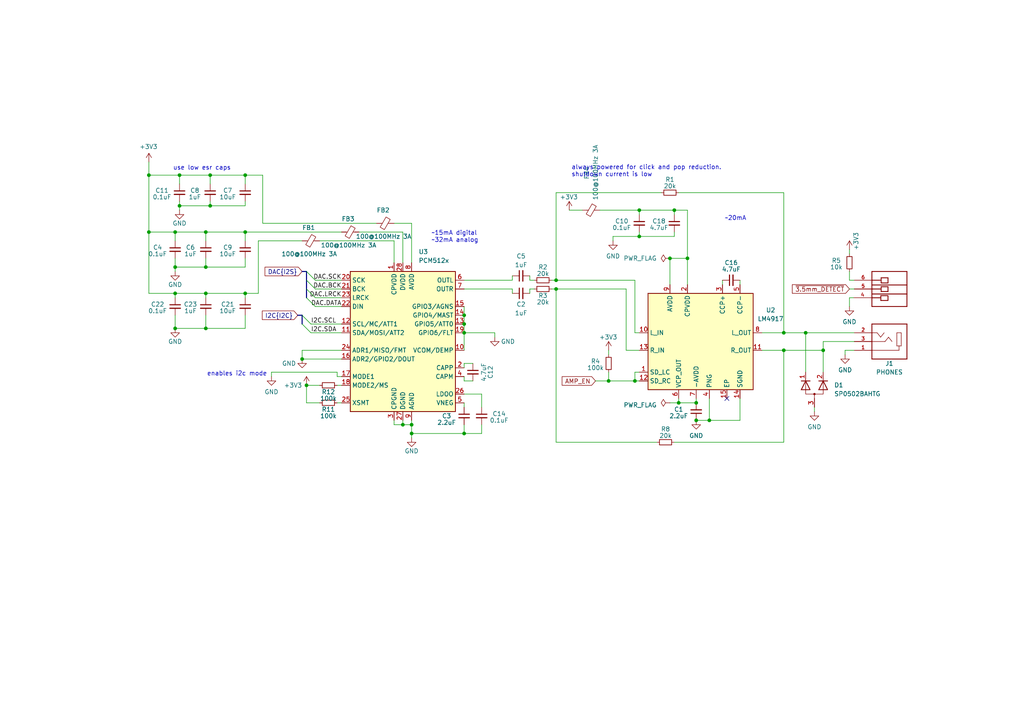
<source format=kicad_sch>
(kicad_sch (version 20230121) (generator eeschema)
  (paper "A4")
  (title_block (date "2022-09-04") (rev "1"))
  (lib_symbols
    (symbol "Audio:PCM5121PW"
      (property "Reference" "U" (at -13.97 21.59 0))
      (property "Value" "PCM5121PW" (at 10.16 21.59 0))
      (symbol "PCM5121PW_0_1"
        (rectangle (start -15.24 20.32) (end 15.24 -20.32) (stroke (width 0.254)) (fill (type background)))
      )
      (symbol "PCM5121PW_1_1"
        (pin power_in line (at -2.54 22.86 270) (length 2.54) (name "CPVDD") (number "1"))
        (pin bidirectional line (at 17.78 -2.54 180) (length 2.54) (name "VCOM/DEMP") (number "10"))
        (pin bidirectional line (at -17.78 2.54 0) (length 2.54) (name "SDA/MOSI/ATT2") (number "11"))
        (pin input line (at -17.78 5.08 0) (length 2.54) (name "SCL/MC/ATT1") (number "12"))
        (pin bidirectional line (at 17.78 5.08 180) (length 2.54) (name "GPIO5/ATT0") (number "13"))
        (pin bidirectional line (at 17.78 7.62 180) (length 2.54) (name "GPIO4/MAST") (number "14"))
        (pin bidirectional line (at 17.78 10.16 180) (length 2.54) (name "GPIO3/AGNS") (number "15"))
        (pin bidirectional line (at -17.78 -5.08 0) (length 2.54) (name "ADR2/GPIO2/DOUT") (number "16"))
        (pin input line (at -17.78 -10.16 0) (length 2.54) (name "MODE1") (number "17"))
        (pin input line (at -17.78 -12.7 0) (length 2.54) (name "MODE2/MS") (number "18"))
        (pin bidirectional line (at 17.78 2.54 180) (length 2.54) (name "GPIO6/FLT") (number "19"))
        (pin passive line (at 17.78 -7.62 180) (length 2.54) (name "CAPP") (number "2"))
        (pin input line (at -17.78 17.78 0) (length 2.54) (name "SCK") (number "20"))
        (pin bidirectional line (at -17.78 15.24 0) (length 2.54) (name "BCK") (number "21"))
        (pin input line (at -17.78 10.16 0) (length 2.54) (name "DIN") (number "22"))
        (pin bidirectional line (at -17.78 12.7 0) (length 2.54) (name "LRCK") (number "23"))
        (pin bidirectional line (at -17.78 -2.54 0) (length 2.54) (name "ADR1/MISO/FMT") (number "24"))
        (pin input line (at -17.78 -17.78 0) (length 2.54) (name "XSMT") (number "25"))
        (pin passive line (at 17.78 -15.24 180) (length 2.54) (name "LDOO") (number "26"))
        (pin power_in line (at 0 -22.86 90) (length 2.54) (name "DGND") (number "27"))
        (pin power_in line (at 0 22.86 270) (length 2.54) (name "DVDD") (number "28"))
        (pin power_in line (at -2.54 -22.86 90) (length 2.54) (name "CPGND") (number "3"))
        (pin passive line (at 17.78 -10.16 180) (length 2.54) (name "CAPM") (number "4"))
        (pin passive line (at 17.78 -17.78 180) (length 2.54) (name "VNEG") (number "5"))
        (pin output line (at 17.78 17.78 180) (length 2.54) (name "OUTL") (number "6"))
        (pin output line (at 17.78 15.24 180) (length 2.54) (name "OUTR") (number "7"))
        (pin power_in line (at 2.54 22.86 270) (length 2.54) (name "AVDD") (number "8"))
        (pin power_in line (at 2.54 -22.86 90) (length 2.54) (name "AGND") (number "9"))
      )
    )
    (symbol "Device:C_Small" (pin_numbers hide) (pin_names (offset 0.254) hide)
      (property "Reference" "C" (at 0.254 1.778 0))
      (property "Value" "C_Small" (at 0.254 -2.032 0))
      (symbol "C_Small_0_1"
        (polyline (pts (xy -1.524 -0.508) (xy 1.524 -0.508)) (stroke (width 0.3302)))
        (polyline (pts (xy -1.524 0.508) (xy 1.524 0.508)) (stroke (width 0.3048)))
      )
      (symbol "C_Small_1_1"
        (pin passive line (at 0 2.54 270) (length 2.032) (name "~") (number "1"))
        (pin passive line (at 0 -2.54 90) (length 2.032) (name "~") (number "2"))
      )
    )
    (symbol "Device:D_Dual_CommonAnode_KKA_Parallel" (pin_names (offset 0.762) hide)
      (property "Reference" "D" (at 0 5.08 0))
      (property "Value" "D_Dual_CommonAnode_KKA_Parallel" (at 0 -5.08 0))
      (symbol "D_Dual_CommonAnode_KKA_Parallel_0_0"
        (polyline (pts (xy 2.54 -3.81) (xy 2.54 -1.27)) (stroke (width 0.254)))
        (polyline (pts (xy 2.54 1.27) (xy 2.54 3.81)) (stroke (width 0.254)))
      )
      (symbol "D_Dual_CommonAnode_KKA_Parallel_0_1"
        (circle (center -1.27 0) (radius 0.254) (fill (type outline)))
        (polyline (pts (xy -1.27 0) (xy -2.54 0)))
        (polyline (pts (xy 2.54 2.54) (xy -1.27 2.54) (xy -1.27 -2.54) (xy 2.54 -2.54)))
        (polyline (pts (xy 0 -1.27) (xy 2.54 -2.54) (xy 0 -3.81) (xy 0 -1.27) (xy 0 -1.27) (xy 0 -1.27)) (stroke (width 0.254)))
        (polyline (pts (xy 0 3.81) (xy 2.54 2.54) (xy 0 1.27) (xy 0 3.81) (xy 0 3.81) (xy 0 3.81)) (stroke (width 0.254)))
        (pin passive line (at 5.08 2.54 180) (length 2.54) (name "K") (number "1"))
        (pin passive line (at 5.08 -2.54 180) (length 2.54) (name "K") (number "2"))
        (pin passive line (at -5.08 0 0) (length 2.54) (name "A") (number "3"))
      )
    )
    (symbol "Device:FerriteBead_Small" (pin_numbers hide) (pin_names (offset 0))
      (property "Reference" "FB" (at 1.905 1.27 0))
      (property "Value" "FerriteBead_Small" (at 1.905 -1.27 0))
      (symbol "FerriteBead_Small_0_1"
        (polyline (pts (xy 0 -1.27) (xy 0 -0.7874)))
        (polyline (pts (xy 0 0.889) (xy 0 1.2954)))
        (polyline (pts (xy -1.8288 0.2794) (xy -1.1176 1.4986) (xy 1.8288 -0.2032) (xy 1.1176 -1.4224) (xy -1.8288 0.2794)))
      )
      (symbol "FerriteBead_Small_1_1"
        (pin passive line (at 0 2.54 270) (length 1.27) (name "~") (number "1"))
        (pin passive line (at 0 -2.54 90) (length 1.27) (name "~") (number "2"))
      )
    )
    (symbol "Device:R_Small" (pin_numbers hide) (pin_names (offset 0.254) hide)
      (property "Reference" "R" (at 0.762 0.508 0))
      (property "Value" "R_Small" (at 0.762 -1.016 0))
      (symbol "R_Small_0_1"
        (rectangle (start -0.762 1.778) (end 0.762 -1.778) (stroke (width 0.2032)))
      )
      (symbol "R_Small_1_1"
        (pin passive line (at 0 2.54 270) (length 0.762) (name "~") (number "1"))
        (pin passive line (at 0 -2.54 90) (length 0.762) (name "~") (number "2"))
      )
    )
    (symbol "power:+3V3" (power) (pin_names (offset 0))
      (property "Value" "+3V3" (at 0 3.556 0))
      (symbol "+3V3_0_1"
        (polyline (pts (xy -0.762 1.27) (xy 0 2.54)))
        (polyline (pts (xy 0 0) (xy 0 2.54)))
        (polyline (pts (xy 0 2.54) (xy 0.762 1.27)))
      )
      (symbol "+3V3_1_1"
        (pin power_in line (at 0 0 90) (length 0) hide (name "+3V3") (number "1"))
      )
    )
    (symbol "power:GND" (power) (pin_names (offset 0))
      (property "Value" "GND" (at 0 -3.81 0))
      (symbol "GND_0_1"
        (polyline (pts (xy 0 0) (xy 0 -1.27) (xy 1.27 -1.27) (xy 0 -2.54) (xy -1.27 -1.27) (xy 0 -1.27)))
      )
      (symbol "GND_1_1"
        (pin power_in line (at 0 0 270) (length 0) hide (name "GND") (number "1"))
      )
    )
    (symbol "power:PWR_FLAG" (power) (pin_numbers hide) (pin_names (offset 0) hide)
      (property "Value" "PWR_FLAG" (at 0 3.81 0))
      (symbol "PWR_FLAG_0_0"
        (pin power_out line (at 0 0 90) (length 0) (name "pwr") (number "1"))
      )
      (symbol "PWR_FLAG_0_1"
        (polyline (pts (xy 0 0) (xy 0 1.27) (xy -1.016 1.905) (xy 0 2.54) (xy 1.016 1.905) (xy 0 1.27)))
      )
    )
    (symbol "symbols:LM4917"
      (property "Reference" "U" (at 0 0 0))
      (property "Value" "LM4917" (at 0 0 0))
      (symbol "LM4917_0_0"
        (pin input line (at -17.78 -2.54 0) (length 2.54) (name "R_IN") (number "13"))
        (pin power_in line (at 11.43 -16.51 90) (length 2.54) (name "SGND") (number "14"))
        (pin power_in line (at 7.62 -16.51 90) (length 2.54) (name "EP") (number "15"))
        (pin passive line (at 6.35 16.51 270) (length 2.54) (name "CCP+") (number "3"))
      )
      (symbol "LM4917_0_1"
        (rectangle (start -15.24 13.97) (end 15.24 -13.97) (stroke (width 0.254)) (fill (type background)))
      )
      (symbol "LM4917_1_1"
        (pin input line (at -17.78 -8.89 0) (length 2.54) (name "SD_LC") (number "1"))
        (pin input line (at -17.78 2.54 0) (length 2.54) (name "L_IN") (number "10"))
        (pin output line (at 17.78 -2.54 180) (length 2.54) (name "R_OUT") (number "11"))
        (pin input line (at -17.78 -11.43 0) (length 2.54) (name "SD_RC") (number "12"))
        (pin power_in line (at -3.81 16.51 270) (length 2.54) (name "CPVDD") (number "2"))
        (pin power_in line (at 2.54 -16.51 90) (length 2.54) (name "PNG") (number "4"))
        (pin passive line (at 11.43 16.51 270) (length 2.54) (name "CCP-") (number "5"))
        (pin power_in line (at -6.35 -16.51 90) (length 2.54) (name "VCP_OUT") (number "6"))
        (pin power_in line (at -1.27 -16.51 90) (length 2.54) (name "-AVDD") (number "7"))
        (pin output line (at 17.78 2.54 180) (length 2.54) (name "L_OUT") (number "8"))
        (pin power_in line (at -8.89 16.51 270) (length 2.54) (name "AVDD") (number "9"))
      )
    )
    (symbol "symbols:SJ-3566AN" (pin_names (offset 1.016) hide)
      (property "Reference" "J" (at -5.1054 5.7404 0))
      (property "Value" "SJ-3566AN" (at -5.1054 -22.9362 0))
      (symbol "SJ-3566AN_0_0"
        (polyline (pts (xy -5.1054 -13.7922) (xy 5.0038 -13.7922)) (stroke (width 0.254)))
        (polyline (pts (xy -5.08 -20.32) (xy 5.08 -20.32)) (stroke (width 0.254)))
        (polyline (pts (xy -5.08 -10.16) (xy -5.08 -20.32)) (stroke (width 0.254)))
        (polyline (pts (xy -5.08 -5.08) (xy 5.08 -5.08)) (stroke (width 0.254)))
        (polyline (pts (xy -5.08 5.08) (xy -5.08 -5.08)) (stroke (width 0.254)))
        (polyline (pts (xy -3.429 -2.54) (xy -2.159 -2.54)) (stroke (width 0.1524)))
        (polyline (pts (xy -3.429 1.27) (xy -3.429 -2.54)) (stroke (width 0.1524)))
        (polyline (pts (xy -2.794 1.27) (xy -3.429 1.27)) (stroke (width 0.1524)))
        (polyline (pts (xy -2.794 1.27) (xy -2.794 2.54)) (stroke (width 0.1524)))
        (polyline (pts (xy -2.794 2.54) (xy 5.08 2.54)) (stroke (width 0.1524)))
        (polyline (pts (xy -2.159 -2.54) (xy -2.159 1.27)) (stroke (width 0.1524)))
        (polyline (pts (xy -2.159 1.27) (xy -2.794 1.27)) (stroke (width 0.1524)))
        (polyline (pts (xy 0.254 -1.27) (xy -0.762 0)) (stroke (width 0.1524)))
        (polyline (pts (xy 0.4064 -18.4912) (xy 0.4064 -16.9926)) (stroke (width 0.254)))
        (polyline (pts (xy 0.4064 -16.9926) (xy 2.3876 -16.9926)) (stroke (width 0.254)))
        (polyline (pts (xy 0.4064 -15.9004) (xy 0.4064 -14.5034)) (stroke (width 0.254)))
        (polyline (pts (xy 0.4064 -14.5034) (xy 2.3876 -14.5034)) (stroke (width 0.254)))
        (polyline (pts (xy 0.4064 -11.9126) (xy 0.4064 -13.3096)) (stroke (width 0.254)))
        (polyline (pts (xy 0.508 -13.3096) (xy 2.4892 -13.3096)) (stroke (width 0.254)))
        (polyline (pts (xy 1.27 0) (xy 0.254 -1.27)) (stroke (width 0.1524)))
        (polyline (pts (xy 1.524 -2.54) (xy 2.54 -1.27)) (stroke (width 0.1524)))
        (polyline (pts (xy 2.3876 -18.4912) (xy 0.4064 -18.4912)) (stroke (width 0.254)))
        (polyline (pts (xy 2.3876 -16.9926) (xy 2.3876 -18.4912)) (stroke (width 0.254)))
        (polyline (pts (xy 2.3876 -15.9004) (xy 0.4064 -15.9004)) (stroke (width 0.254)))
        (polyline (pts (xy 2.3876 -14.5034) (xy 2.3876 -15.9004)) (stroke (width 0.254)))
        (polyline (pts (xy 2.4892 -13.3096) (xy 2.4892 -11.9126)) (stroke (width 0.254)))
        (polyline (pts (xy 2.4892 -11.9126) (xy 0.508 -11.9126)) (stroke (width 0.254)))
        (polyline (pts (xy 2.54 -1.27) (xy 3.556 -2.54)) (stroke (width 0.1524)))
        (polyline (pts (xy 5.08 -20.32) (xy 5.08 -17.78)) (stroke (width 0.254)))
        (polyline (pts (xy 5.08 -17.78) (xy 2.54 -17.78)) (stroke (width 0.254)))
        (polyline (pts (xy 5.08 -17.78) (xy 5.08 -15.24)) (stroke (width 0.254)))
        (polyline (pts (xy 5.08 -15.24) (xy 2.54 -15.24)) (stroke (width 0.254)))
        (polyline (pts (xy 5.08 -15.24) (xy 5.08 -12.7)) (stroke (width 0.254)))
        (polyline (pts (xy 5.08 -12.7) (xy 2.54 -12.7)) (stroke (width 0.254)))
        (polyline (pts (xy 5.08 -12.7) (xy 5.08 -10.16)) (stroke (width 0.254)))
        (polyline (pts (xy 5.08 -10.16) (xy -5.08 -10.16)) (stroke (width 0.254)))
        (polyline (pts (xy 5.08 -5.08) (xy 5.08 -2.54)) (stroke (width 0.254)))
        (polyline (pts (xy 5.08 -2.54) (xy 3.556 -2.54)) (stroke (width 0.1524)))
        (polyline (pts (xy 5.08 -2.54) (xy 5.08 0)) (stroke (width 0.254)))
        (polyline (pts (xy 5.08 0) (xy 1.27 0)) (stroke (width 0.1524)))
        (polyline (pts (xy 5.08 0) (xy 5.08 2.54)) (stroke (width 0.254)))
        (polyline (pts (xy 5.08 2.54) (xy 5.08 5.08)) (stroke (width 0.254)))
        (polyline (pts (xy 5.08 5.08) (xy -5.08 5.08)) (stroke (width 0.254)))
        (polyline (pts (xy 5.1054 -16.4084) (xy -5.1054 -16.4084)) (stroke (width 0.254)))
        (pin passive line (at 10.16 2.54 180) (length 5.08) (name "~") (number "1"))
        (pin passive line (at 10.16 -2.54 180) (length 5.08) (name "~") (number "2"))
        (pin passive line (at 10.16 0 180) (length 5.08) (name "~") (number "3"))
        (pin passive line (at 10.3124 -12.7 180) (length 5.08) (name "~") (number "4"))
        (pin passive line (at 10.16 -15.24 180) (length 5.08) (name "~") (number "5"))
        (pin passive line (at 10.16 -17.78 180) (length 5.08) (name "~") (number "6"))
      )
    )
  )
  (junction (at 71.12 85.09))
  (junction (at 134.62 93.98))
  (junction (at 134.62 91.44))
  (junction (at 201.93 121.92))
  (junction (at 43.18 50.8))
  (junction (at 195.58 60.96))
  (junction (at 176.53 110.49))
  (junction (at 119.38 125.73))
  (junction (at 184.15 110.49))
  (junction (at 43.18 67.31))
  (junction (at 59.69 67.31))
  (junction (at 71.12 50.8))
  (junction (at 116.84 123.19))
  (junction (at 238.76 101.6))
  (junction (at 227.33 101.6))
  (junction (at 59.69 95.25))
  (junction (at 50.8 85.09))
  (junction (at 199.39 74.93))
  (junction (at 185.42 60.96))
  (junction (at 87.63 104.14))
  (junction (at 185.42 68.58))
  (junction (at 59.69 77.47))
  (junction (at 205.74 121.92))
  (junction (at 119.38 123.19))
  (junction (at 201.93 116.84))
  (junction (at 50.8 67.31))
  (junction (at 134.62 96.52))
  (junction (at 134.62 125.73))
  (junction (at 161.29 83.82))
  (junction (at 52.07 50.8))
  (junction (at 233.68 96.52))
  (junction (at 52.07 59.69))
  (junction (at 50.8 95.25))
  (junction (at 88.9 111.76))
  (junction (at 60.96 59.69))
  (junction (at 71.12 67.31))
  (junction (at 60.96 50.8))
  (junction (at 196.85 116.84))
  (junction (at 161.29 81.28))
  (junction (at 194.31 74.93))
  (junction (at 227.33 96.52))
  (junction (at 50.8 77.47))
  (junction (at 59.69 85.09))
  (no_connect (at 210.82 115.57))
  (bus_entry (at 87.63 93.98) (size 2.54 2.54))
  (bus_entry (at 87.63 91.44) (size 2.54 2.54))
  (bus_entry (at 88.9 78.74) (size 2.54 2.54))
  (bus_entry (at 88.9 81.28) (size 2.54 2.54))
  (bus_entry (at 88.9 86.36) (size 2.54 2.54))
  (bus_entry (at 88.9 83.82) (size 2.54 2.54))
  (wire (pts (xy 176.53 102.87) (xy 176.53 101.6)))
  (wire (pts (xy 59.69 74.93) (xy 59.69 77.47)))
  (wire (pts (xy 184.15 81.28) (xy 184.15 96.52)))
  (wire (pts (xy 153.67 83.82) (xy 153.67 85.09)))
  (wire (pts (xy 134.62 105.41) (xy 134.62 106.68)))
  (wire (pts (xy 71.12 58.42) (xy 71.12 59.69)))
  (wire (pts (xy 116.84 123.19) (xy 119.38 123.19)))
  (wire (pts (xy 50.8 77.47) (xy 50.8 78.74)))
  (wire (pts (xy 154.94 81.28) (xy 153.67 81.28)))
  (wire (pts (xy 227.33 101.6) (xy 227.33 128.27)))
  (wire (pts (xy 153.67 81.28) (xy 153.67 80.01)))
  (wire (pts (xy 148.59 83.82) (xy 148.59 85.09)))
  (wire (pts (xy 172.72 110.49) (xy 176.53 110.49)))
  (wire (pts (xy 227.33 128.27) (xy 195.58 128.27)))
  (wire (pts (xy 209.55 81.28) (xy 209.55 82.55)))
  (wire (pts (xy 220.98 101.6) (xy 227.33 101.6)))
  (wire (pts (xy 50.8 77.47) (xy 59.69 77.47)))
  (wire (pts (xy 50.8 69.85) (xy 50.8 67.31)))
  (wire (pts (xy 52.07 50.8) (xy 60.96 50.8)))
  (wire (pts (xy 185.42 60.96) (xy 195.58 60.96)))
  (wire (pts (xy 87.63 101.6) (xy 99.06 101.6)))
  (wire (pts (xy 59.69 67.31) (xy 71.12 67.31)))
  (wire (pts (xy 247.8024 101.6) (xy 245.11 101.6)))
  (wire (pts (xy 177.8 68.58) (xy 177.8 69.85)))
  (wire (pts (xy 173.99 60.96) (xy 185.42 60.96)))
  (wire (pts (xy 76.2 50.8) (xy 76.2 64.77)))
  (wire (pts (xy 87.63 101.6) (xy 87.63 104.14)))
  (bus (pts (xy 88.9 78.74) (xy 88.9 81.28)))
  (wire (pts (xy 139.7 125.73) (xy 134.62 125.73)))
  (wire (pts (xy 134.62 114.3) (xy 139.7 114.3)))
  (wire (pts (xy 161.29 55.88) (xy 191.77 55.88)))
  (wire (pts (xy 185.42 60.96) (xy 185.42 62.23)))
  (wire (pts (xy 195.58 60.96) (xy 199.39 60.96)))
  (wire (pts (xy 43.18 50.8) (xy 52.07 50.8)))
  (wire (pts (xy 119.38 76.2) (xy 119.38 64.77)))
  (wire (pts (xy 134.62 81.28) (xy 148.59 81.28)))
  (wire (pts (xy 59.69 67.31) (xy 59.69 69.85)))
  (wire (pts (xy 97.79 111.76) (xy 99.06 111.76)))
  (wire (pts (xy 233.68 96.52) (xy 233.68 107.95)))
  (wire (pts (xy 52.07 59.69) (xy 60.96 59.69)))
  (wire (pts (xy 214.63 115.57) (xy 214.63 121.92)))
  (bus (pts (xy 87.63 78.74) (xy 88.9 78.74)))
  (wire (pts (xy 181.61 83.82) (xy 161.29 83.82)))
  (wire (pts (xy 97.79 107.95) (xy 97.79 109.22)))
  (wire (pts (xy 97.79 109.22) (xy 99.06 109.22)))
  (wire (pts (xy 227.33 55.88) (xy 227.33 96.52)))
  (wire (pts (xy 114.3 123.19) (xy 116.84 123.19)))
  (wire (pts (xy 59.69 85.09) (xy 59.69 86.36)))
  (wire (pts (xy 134.62 88.9) (xy 134.62 91.44)))
  (wire (pts (xy 238.76 101.6) (xy 238.76 99.06)))
  (wire (pts (xy 199.39 60.96) (xy 199.39 74.93)))
  (wire (pts (xy 99.06 67.31) (xy 71.12 67.31)))
  (wire (pts (xy 184.15 107.95) (xy 184.15 110.49)))
  (wire (pts (xy 71.12 74.93) (xy 71.12 77.47)))
  (wire (pts (xy 59.69 91.44) (xy 59.69 95.25)))
  (wire (pts (xy 137.16 110.49) (xy 134.62 110.49)))
  (wire (pts (xy 161.29 81.28) (xy 160.02 81.28)))
  (wire (pts (xy 60.96 50.8) (xy 71.12 50.8)))
  (wire (pts (xy 154.94 83.82) (xy 153.67 83.82)))
  (wire (pts (xy 181.61 83.82) (xy 181.61 101.6)))
  (wire (pts (xy 139.7 123.19) (xy 139.7 125.73)))
  (wire (pts (xy 88.9 116.84) (xy 92.71 116.84)))
  (wire (pts (xy 60.96 50.8) (xy 60.96 53.34)))
  (wire (pts (xy 185.42 68.58) (xy 177.8 68.58)))
  (bus (pts (xy 87.63 91.44) (xy 87.63 93.98)))
  (wire (pts (xy 165.1 60.96) (xy 168.91 60.96)))
  (wire (pts (xy 134.62 96.52) (xy 134.62 101.6)))
  (wire (pts (xy 71.12 91.44) (xy 71.12 95.25)))
  (wire (pts (xy 50.8 91.44) (xy 50.8 95.25)))
  (wire (pts (xy 90.17 96.52) (xy 99.06 96.52)))
  (wire (pts (xy 43.18 67.31) (xy 43.18 85.09)))
  (wire (pts (xy 71.12 86.36) (xy 71.12 85.09)))
  (wire (pts (xy 43.18 50.8) (xy 43.18 67.31)))
  (wire (pts (xy 71.12 53.34) (xy 71.12 50.8)))
  (wire (pts (xy 246.38 72.39) (xy 246.38 73.66)))
  (wire (pts (xy 195.58 68.58) (xy 195.58 67.31)))
  (wire (pts (xy 134.62 123.19) (xy 134.62 125.73)))
  (wire (pts (xy 59.69 77.47) (xy 71.12 77.47)))
  (wire (pts (xy 161.29 55.88) (xy 161.29 81.28)))
  (wire (pts (xy 88.9 111.76) (xy 92.71 111.76)))
  (wire (pts (xy 52.07 53.34) (xy 52.07 50.8)))
  (wire (pts (xy 161.29 128.27) (xy 161.29 83.82)))
  (wire (pts (xy 227.33 101.6) (xy 238.76 101.6)))
  (wire (pts (xy 88.9 111.76) (xy 88.9 116.84)))
  (wire (pts (xy 233.68 96.52) (xy 247.8024 96.52)))
  (wire (pts (xy 71.12 69.85) (xy 71.12 67.31)))
  (wire (pts (xy 205.74 121.92) (xy 201.93 121.92)))
  (bus (pts (xy 88.9 83.82) (xy 88.9 86.36)))
  (wire (pts (xy 220.98 96.52) (xy 227.33 96.52)))
  (wire (pts (xy 236.22 119.38) (xy 236.22 118.11)))
  (wire (pts (xy 50.8 74.93) (xy 50.8 77.47)))
  (wire (pts (xy 78.74 107.95) (xy 78.74 109.22)))
  (wire (pts (xy 161.29 83.82) (xy 160.02 83.82)))
  (wire (pts (xy 143.51 97.79) (xy 143.51 96.52)))
  (wire (pts (xy 91.44 86.36) (xy 99.06 86.36)))
  (wire (pts (xy 74.93 85.09) (xy 74.93 69.85)))
  (wire (pts (xy 246.38 86.36) (xy 247.65 86.36)))
  (wire (pts (xy 238.76 101.6) (xy 238.76 107.95)))
  (wire (pts (xy 134.62 125.73) (xy 119.38 125.73)))
  (wire (pts (xy 184.15 110.49) (xy 185.42 110.49)))
  (wire (pts (xy 245.11 101.6) (xy 245.11 102.87)))
  (wire (pts (xy 134.62 110.49) (xy 134.62 109.22)))
  (wire (pts (xy 50.8 85.09) (xy 59.69 85.09)))
  (wire (pts (xy 59.69 85.09) (xy 71.12 85.09)))
  (wire (pts (xy 196.85 115.57) (xy 196.85 116.84)))
  (wire (pts (xy 60.96 58.42) (xy 60.96 59.69)))
  (wire (pts (xy 246.38 81.28) (xy 247.8024 81.28)))
  (wire (pts (xy 97.79 116.84) (xy 99.06 116.84)))
  (wire (pts (xy 194.31 82.55) (xy 194.31 74.93)))
  (wire (pts (xy 246.38 88.9) (xy 246.38 86.36)))
  (wire (pts (xy 214.63 81.28) (xy 214.63 82.55)))
  (bus (pts (xy 88.9 81.28) (xy 88.9 83.82)))
  (wire (pts (xy 91.44 83.82) (xy 99.06 83.82)))
  (wire (pts (xy 134.62 93.98) (xy 134.62 96.52)))
  (wire (pts (xy 227.33 96.52) (xy 233.68 96.52)))
  (wire (pts (xy 116.84 76.2) (xy 116.84 67.31)))
  (wire (pts (xy 114.3 69.85) (xy 114.3 76.2)))
  (wire (pts (xy 78.74 107.95) (xy 97.79 107.95)))
  (wire (pts (xy 205.74 115.57) (xy 205.74 121.92)))
  (wire (pts (xy 74.93 69.85) (xy 87.63 69.85)))
  (wire (pts (xy 50.8 86.36) (xy 50.8 85.09)))
  (wire (pts (xy 43.18 46.99) (xy 43.18 50.8)))
  (wire (pts (xy 176.53 110.49) (xy 184.15 110.49)))
  (wire (pts (xy 185.42 68.58) (xy 195.58 68.58)))
  (wire (pts (xy 71.12 85.09) (xy 74.93 85.09)))
  (wire (pts (xy 205.74 121.92) (xy 214.63 121.92)))
  (wire (pts (xy 194.31 74.93) (xy 199.39 74.93)))
  (wire (pts (xy 184.15 107.95) (xy 185.42 107.95)))
  (bus (pts (xy 86.36 91.44) (xy 87.63 91.44)))
  (wire (pts (xy 92.71 69.85) (xy 114.3 69.85)))
  (wire (pts (xy 196.85 55.88) (xy 227.33 55.88)))
  (wire (pts (xy 246.38 83.82) (xy 247.8024 83.82)))
  (wire (pts (xy 194.31 116.84) (xy 196.85 116.84)))
  (wire (pts (xy 201.93 116.84) (xy 201.93 115.57)))
  (wire (pts (xy 119.38 123.19) (xy 119.38 125.73)))
  (wire (pts (xy 176.53 107.95) (xy 176.53 110.49)))
  (wire (pts (xy 134.62 116.84) (xy 134.62 118.11)))
  (wire (pts (xy 50.8 95.25) (xy 59.69 95.25)))
  (wire (pts (xy 114.3 64.77) (xy 119.38 64.77)))
  (wire (pts (xy 134.62 91.44) (xy 134.62 93.98)))
  (wire (pts (xy 90.17 93.98) (xy 99.06 93.98)))
  (wire (pts (xy 50.8 85.09) (xy 43.18 85.09)))
  (wire (pts (xy 116.84 121.92) (xy 116.84 123.19)))
  (wire (pts (xy 185.42 101.6) (xy 181.61 101.6)))
  (wire (pts (xy 184.15 96.52) (xy 185.42 96.52)))
  (wire (pts (xy 195.58 60.96) (xy 195.58 62.23)))
  (wire (pts (xy 71.12 50.8) (xy 76.2 50.8)))
  (wire (pts (xy 139.7 118.11) (xy 139.7 114.3)))
  (wire (pts (xy 52.07 59.69) (xy 52.07 60.96)))
  (wire (pts (xy 50.8 67.31) (xy 59.69 67.31)))
  (wire (pts (xy 87.63 104.14) (xy 99.06 104.14)))
  (wire (pts (xy 184.15 81.28) (xy 161.29 81.28)))
  (wire (pts (xy 76.2 64.77) (xy 109.22 64.77)))
  (wire (pts (xy 185.42 67.31) (xy 185.42 68.58)))
  (wire (pts (xy 91.44 81.28) (xy 99.06 81.28)))
  (wire (pts (xy 199.39 74.93) (xy 199.39 82.55)))
  (wire (pts (xy 119.38 121.92) (xy 119.38 123.19)))
  (wire (pts (xy 134.62 83.82) (xy 148.59 83.82)))
  (wire (pts (xy 114.3 121.92) (xy 114.3 123.19)))
  (wire (pts (xy 116.84 67.31) (xy 104.14 67.31)))
  (wire (pts (xy 196.85 116.84) (xy 201.93 116.84)))
  (wire (pts (xy 238.76 99.06) (xy 247.8024 99.06)))
  (wire (pts (xy 134.62 96.52) (xy 143.51 96.52)))
  (wire (pts (xy 137.16 105.41) (xy 134.62 105.41)))
  (wire (pts (xy 148.59 81.28) (xy 148.59 80.01)))
  (wire (pts (xy 119.38 125.73) (xy 119.38 127)))
  (wire (pts (xy 246.38 81.28) (xy 246.38 78.74)))
  (wire (pts (xy 52.07 58.42) (xy 52.07 59.69)))
  (wire (pts (xy 190.5 128.27) (xy 161.29 128.27)))
  (wire (pts (xy 91.44 88.9) (xy 99.06 88.9)))
  (wire (pts (xy 60.96 59.69) (xy 71.12 59.69)))
  (wire (pts (xy 43.18 67.31) (xy 50.8 67.31)))
  (wire (pts (xy 59.69 95.25) (xy 71.12 95.25)))
  (text "~20mA" (at 210.185 64.135 0) (effects (font (size 1.27 1.27)) (justify left bottom)))
  (text "always powered for click and pop reduction.\nshutdown current is low" (at 165.735 51.435 0) (effects (font (size 1.27 1.27)) (justify left bottom)))
  (text "~15mA digital\n~32mA analog" (at 125.095 70.485 0) (effects (font (size 1.27 1.27)) (justify left bottom)))
  (text "use low esr caps" (at 50.165 49.53 0) (effects (font (size 1.27 1.27)) (justify left bottom)))
  (text "enables i2c mode" (at 77.47 109.22 0) (effects (font (size 1.27 1.27)) (justify right bottom)))
  (label "DAC.BCK" (at 99.06 83.82 180))
  (label "DAC.LRCK" (at 99.06 86.36 180))
  (label "DAC.DATA" (at 99.06 88.9 180))
  (label "I2C.SCL" (at 90.17 93.98 0))
  (label "I2C.SDA" (at 90.17 96.52 0))
  (label "DAC.SCK" (at 99.06 81.28 180))
  (global_label "AMP_EN" (shape input) (at 172.72 110.49 180) (property "Intersheetrefs" "${INTERSHEET_REFS}" (effects hide)))
  (global_label "I2C{I2C}" (shape input) (at 86.36 91.44 180) (property "Intersheetrefs" "${INTERSHEET_REFS}" (effects hide)))
  (global_label "DAC{I2S}" (shape input) (at 87.63 78.74 180) (property "Intersheetrefs" "${INTERSHEET_REFS}" (effects hide)))
  (global_label "~{3.5mm_DETECT}" (shape input) (at 246.38 83.82 180) (property "Intersheetrefs" "${INTERSHEET_REFS}" (effects hide)))
  (symbol (lib_id "Device:C_Small") (at 71.12 55.88 0) (unit 1)
    (property "Reference" "C7" (at 66.04 55.245 0))
    (property "Value" "10uF" (at 66.04 57.15 0))
    (property "Footprint" "Capacitor_SMD:C_0603_1608Metric" (effects hide))
  )
  (symbol (lib_id "power:GND") (at 119.38 127 0) (unit 1)
    (property "Reference" "#PWR0308" (effects hide))
    (property "Value" "GND" (at 119.38 130.81 0))
  )
  (symbol (lib_id "power:GND") (at 87.63 104.14 0) (unit 1)
    (property "Reference" "#PWR0307" (effects hide))
    (property "Value" "GND" (at 83.82 105.41 0))
  )
  (symbol (lib_id "Device:C_Small") (at 71.12 88.9 0) (unit 1)
    (property "Reference" "C21" (at 66.04 88.265 0))
    (property "Value" "10uF" (at 66.04 90.17 0))
    (property "Footprint" "Capacitor_SMD:C_0603_1608Metric" (effects hide))
  )
  (symbol (lib_id "Device:C_Small") (at 139.7 120.65 0) (unit 1)
    (property "Reference" "C14" (at 144.78 120.015 0))
    (property "Value" "0.1uF" (at 144.78 121.92 0))
    (property "Footprint" "Capacitor_SMD:C_0603_1608Metric" (effects hide))
  )
  (symbol (lib_id "Device:R_Small") (at 193.04 128.27 90) (unit 1)
    (property "Reference" "R8" (at 193.04 124.46 90))
    (property "Value" "20k" (at 193.04 126.365 90))
    (property "Footprint" "Resistor_SMD:R_0603_1608Metric" (effects hide))
    (property "MPN" "AC0603FR-0720KL" (effects hide))
  )
  (symbol (lib_id "Device:R_Small") (at 95.25 111.76 90) (unit 1)
    (property "Reference" "R12" (at 95.25 113.665 90))
    (property "Value" "100k" (at 95.25 115.57 90))
    (property "Footprint" "Resistor_SMD:R_0603_1608Metric" (effects hide))
    (property "MPN" "RC0603JR-10100KL" (effects hide))
  )
  (symbol (lib_id "Device:R_Small") (at 157.48 81.28 90) (unit 1)
    (property "Reference" "R2" (at 157.48 77.47 90))
    (property "Value" "20k" (at 157.48 79.375 90))
    (property "Footprint" "Resistor_SMD:R_0603_1608Metric" (effects hide))
    (property "MPN" "AC0603FR-0720KL" (effects hide))
  )
  (symbol (lib_id "power:GND") (at 50.8 95.25 0) (unit 1)
    (property "Reference" "#PWR0303" (effects hide))
    (property "Value" "GND" (at 50.8 99.06 0))
  )
  (symbol (lib_id "Device:FerriteBead_Small") (at 90.17 69.85 90) (unit 1)
    (property "Reference" "FB1" (at 91.44 66.04 90) (effects (justify left)))
    (property "Value" "100@100MHz 3A" (at 97.79 73.66 90) (effects (justify left)))
    (property "Footprint" "Inductor_SMD:L_0603_1608Metric" (effects hide))
    (property "MPN" "BLM18KG101TN1D" (effects hide))
  )
  (symbol (lib_id "Device:C_Small") (at 134.62 120.65 0) (unit 1)
    (property "Reference" "C3" (at 129.54 120.65 0))
    (property "Value" "2.2uF" (at 129.54 122.555 0))
    (property "Footprint" "Capacitor_SMD:C_0603_1608Metric" (effects hide))
    (property "MPN" "EMK107ABJ225KA8T" (effects hide))
  )
  (symbol (lib_id "Device:C_Small") (at 71.12 72.39 0) (unit 1)
    (property "Reference" "C9" (at 66.04 71.755 0))
    (property "Value" "10uF" (at 66.04 73.66 0))
    (property "Footprint" "Capacitor_SMD:C_0603_1608Metric" (effects hide))
  )
  (symbol (lib_id "power:GND") (at 78.74 109.22 0) (unit 1)
    (property "Reference" "#PWR0305" (effects hide))
    (property "Value" "GND" (at 78.74 113.665 0))
  )
  (symbol (lib_id "Device:C_Small") (at 59.69 72.39 0) (unit 1)
    (property "Reference" "C6" (at 55.245 71.755 0))
    (property "Value" "1uF" (at 55.245 73.66 0))
    (property "Footprint" "Capacitor_SMD:C_0603_1608Metric" (effects hide))
  )
  (symbol (lib_id "power:GND") (at 143.51 97.79 0) (unit 1)
    (property "Reference" "#PWR0309" (effects hide))
    (property "Value" "GND" (at 147.32 99.06 0))
  )
  (symbol (lib_id "power:GND") (at 245.11 102.87 0) (unit 1)
    (property "Reference" "#PWR0315" (effects hide))
    (property "Value" "GND" (at 245.11 107.315 0))
  )
  (symbol (lib_id "power:+3V3") (at 165.1 60.96 0) (unit 1)
    (property "Reference" "#PWR0310" (effects hide))
    (property "Value" "+3V3" (at 167.64 57.15 0) (effects (justify right)))
  )
  (symbol (lib_id "Device:C_Small") (at 60.96 55.88 0) (unit 1)
    (property "Reference" "C8" (at 56.515 55.245 0))
    (property "Value" "1uF" (at 56.515 57.15 0))
    (property "Footprint" "Capacitor_SMD:C_0603_1608Metric" (effects hide))
  )
  (symbol (lib_id "power:GND") (at 52.07 60.96 0) (unit 1)
    (property "Reference" "#PWR0304" (effects hide))
    (property "Value" "GND" (at 52.07 64.77 0))
  )
  (symbol (lib_id "power:GND") (at 236.22 119.38 0) (unit 1)
    (property "Reference" "#PWR0314" (effects hide))
    (property "Value" "GND" (at 236.22 123.825 0))
  )
  (symbol (lib_id "Device:C_Small") (at 195.58 64.77 0) (unit 1)
    (property "Reference" "C18" (at 191.135 64.135 0))
    (property "Value" "4.7uF" (at 191.135 66.04 0))
    (property "Footprint" "Capacitor_Tantalum_SMD:CP_EIA-2012-12_Kemet-R" (effects hide))
  )
  (symbol (lib_id "Device:C_Small") (at 185.42 64.77 0) (unit 1)
    (property "Reference" "C10" (at 180.34 64.135 0))
    (property "Value" "0.1uF" (at 180.34 66.04 0))
    (property "Footprint" "Capacitor_SMD:C_0603_1608Metric" (effects hide))
  )
  (symbol (lib_id "Device:C_Small") (at 212.09 81.28 90) (unit 1)
    (property "Reference" "C16" (at 212.09 76.2 90))
    (property "Value" "4.7uF" (at 212.09 78.105 90))
    (property "Footprint" "Capacitor_SMD:C_0603_1608Metric" (effects hide))
  )
  (symbol (lib_id "Device:FerriteBead_Small") (at 171.45 60.96 270) (unit 1)
    (property "Reference" "FB4" (at 170.18 48.26 0) (effects (justify left)))
    (property "Value" "100@100MHz 3A" (at 172.72 41.91 0) (effects (justify left)))
    (property "Footprint" "Inductor_SMD:L_0603_1608Metric" (effects hide))
    (property "MPN" "BLM18KG101TN1D" (effects hide))
  )
  (symbol (lib_id "power:+3V3") (at 246.38 72.39 0) (unit 1)
    (property "Reference" "#PWR0316" (effects hide))
    (property "Value" "+3V3" (at 248.285 67.31 90) (effects (justify right)))
  )
  (symbol (lib_id "Device:R_Small") (at 176.53 105.41 180) (unit 1)
    (property "Reference" "R4" (at 172.72 104.775 0))
    (property "Value" "100k" (at 172.72 106.68 0))
    (property "Footprint" "Resistor_SMD:R_0603_1608Metric" (effects hide))
    (property "MPN" "RC0603JR-10100KL" (effects hide))
  )
  (symbol (lib_id "power:+3V3") (at 176.53 101.6 0) (unit 1)
    (property "Reference" "#PWR0311" (effects hide))
    (property "Value" "+3V3" (at 179.07 97.79 0) (effects (justify right)))
  )
  (symbol (lib_id "power:GND") (at 246.38 88.9 0) (unit 1)
    (property "Reference" "#PWR0317" (effects hide))
    (property "Value" "GND" (at 246.38 93.345 0))
  )
  (symbol (lib_id "power:GND") (at 201.93 121.92 0) (unit 1)
    (property "Reference" "#PWR0313" (effects hide))
    (property "Value" "GND" (at 201.93 126.365 0))
  )
  (symbol (lib_id "Device:R_Small") (at 246.38 76.2 180) (unit 1)
    (property "Reference" "R5" (at 242.57 75.565 0))
    (property "Value" "10k" (at 242.57 77.47 0))
    (property "Footprint" "Resistor_SMD:R_0603_1608Metric" (effects hide))
    (property "MPN" "AC0603JR-0710KL" (effects hide))
  )
  (symbol (lib_id "symbols:SJ-3566AN") (at 257.9624 99.06 180) (unit 1)
    (property "Reference" "J1" (at 257.9624 105.41 0))
    (property "Value" "PHONES" (at 257.9624 107.95 0))
    (property "Footprint" "footprints:CUI_SJ-3566AN" (effects hide))
    (property "MPN" "SJ-3566AN" (effects hide))
    (property "STANDARD" "Manufacturer recommendations" (effects hide))
    (property "MF" "CUI Inc" (effects hide))
  )
  (symbol (lib_id "Device:C_Small") (at 137.16 107.95 0) (unit 1)
    (property "Reference" "C12" (at 142.24 107.95 90))
    (property "Value" "4.7uF" (at 140.335 107.95 90))
    (property "Footprint" "Capacitor_SMD:C_0603_1608Metric" (effects hide))
  )
  (symbol (lib_id "power:PWR_FLAG") (at 194.31 74.93 90) (unit 1)
    (property "Reference" "#FLG0203" (effects hide))
    (property "Value" "PWR_FLAG" (at 190.5 74.93 90) (effects (justify left)))
    (instances (project "gay-ipod" (path "" (reference "#FLG0203") (unit 1)) (path "" (reference "#FLG0102") (unit 1)) (path "" (reference "#FLG0401") (unit 1)) (path "" (reference "#FLG0302") (unit 1))))
  )
  (symbol (lib_id "power:GND") (at 177.8 69.85 0) (unit 1)
    (property "Reference" "#PWR0312" (effects hide))
    (property "Value" "GND" (at 177.8 74.295 0))
  )
  (symbol (lib_id "Device:C_Small") (at 151.13 85.09 90) (unit 1)
    (property "Reference" "C2" (at 151.13 88.265 90))
    (property "Value" "1uF" (at 151.13 90.805 90))
    (property "Footprint" "Diode_SMD:D_1206_3216Metric" (effects hide))
    (property "MPN" "T491A105M016AT" (effects hide))
  )
  (symbol (lib_id "Device:FerriteBead_Small") (at 101.6 67.31 90) (unit 1)
    (property "Reference" "FB3" (at 102.87 63.5 90) (effects (justify left)))
    (property "Value" "100@100MHz 3A" (at 109.22 71.12 90) (effects (justify left)))
    (property "Footprint" "Inductor_SMD:L_0603_1608Metric" (effects hide))
    (property "MPN" "BLM18KG101TN1D" (effects hide))
  )
  (symbol (lib_id "power:GND") (at 50.8 78.74 0) (unit 1)
    (property "Reference" "#PWR0302" (effects hide))
    (property "Value" "GND" (at 50.8 82.55 0))
  )
  (symbol (lib_id "Device:C_Small") (at 50.8 88.9 0) (unit 1)
    (property "Reference" "C22" (at 45.72 88.265 0))
    (property "Value" "0.1uF" (at 45.72 90.17 0))
    (property "Footprint" "Capacitor_SMD:C_0603_1608Metric" (effects hide))
  )
  (symbol (lib_id "power:+3V3") (at 43.18 46.99 0) (unit 1)
    (property "Reference" "#PWR0301" (effects hide))
    (property "Value" "+3V3" (at 45.72 42.545 0) (effects (justify right)))
  )
  (symbol (lib_id "Device:C_Small") (at 151.13 80.01 90) (unit 1)
    (property "Reference" "C5" (at 151.13 74.295 90))
    (property "Value" "1uF" (at 151.13 76.835 90))
    (property "Footprint" "Diode_SMD:D_1206_3216Metric" (effects hide))
    (property "MPN" "T491A105M016AT" (effects hide))
  )
  (symbol (lib_id "Device:C_Small") (at 50.8 72.39 0) (unit 1)
    (property "Reference" "C4" (at 45.72 71.755 0))
    (property "Value" "0.1uF" (at 45.72 73.66 0))
    (property "Footprint" "Capacitor_SMD:C_0603_1608Metric" (effects hide))
  )
  (symbol (lib_id "Device:R_Small") (at 157.48 83.82 270) (unit 1)
    (property "Reference" "R3" (at 157.48 85.725 90))
    (property "Value" "20k" (at 157.48 87.63 90))
    (property "Footprint" "Resistor_SMD:R_0603_1608Metric" (effects hide))
    (property "MPN" "AC0603FR-0720KL" (effects hide))
  )
  (symbol (lib_id "symbols:LM4917") (at 203.2 99.06 0) (unit 1)
    (property "Reference" "U2" (at 223.52 89.9412 0))
    (property "Value" "LM4917" (at 223.52 92.4812 0))
    (property "Footprint" "footprints:SOIC-14" (effects hide))
    (property "MPN" "LM4917SD" (effects hide))
  )
  (symbol (lib_id "Device:R_Small") (at 194.31 55.88 90) (unit 1)
    (property "Reference" "R1" (at 194.31 52.07 90))
    (property "Value" "20k" (at 194.31 53.975 90))
    (property "Footprint" "Resistor_SMD:R_0603_1608Metric" (effects hide))
    (property "MPN" "AC0603FR-0720KL" (effects hide))
  )
  (symbol (lib_id "Audio:PCM5121PW") (at 116.84 99.06 0) (unit 1)
    (property "Reference" "U3" (at 121.3994 73.025 0) (effects (justify left)))
    (property "Value" "PCM512x" (at 121.3994 75.565 0) (effects (justify left)))
    (property "Footprint" "Package_SO:TSSOP-28_4.4x9.7mm_P0.65mm" (effects hide))
    (property "Datasheet" "http://www.ti.com/lit/ds/symlink/pcm5121.pdf" (effects hide))
    (property "MPN" "PCM512x" (effects hide))
  )
  (symbol (lib_id "Device:D_Dual_CommonAnode_KKA_Parallel") (at 236.22 113.03 90) (unit 1)
    (property "Reference" "D1" (at 241.935 111.6964 90) (effects (justify right)))
    (property "Value" "SP0502BAHTG " (at 241.935 114.2364 90) (effects (justify right)))
    (property "Footprint" "Package_TO_SOT_SMD:SOT-523" (effects hide))
    (property "MPN" "PESD2USB3UV-TR" (effects hide))
  )
  (symbol (lib_id "Device:R_Small") (at 95.25 116.84 90) (unit 1)
    (property "Reference" "R11" (at 95.25 118.745 90))
    (property "Value" "100k" (at 95.25 120.65 90))
    (property "Footprint" "Resistor_SMD:R_0603_1608Metric" (effects hide))
    (property "MPN" "RC0603JR-10100KL" (effects hide))
  )
  (symbol (lib_id "Device:C_Small") (at 201.93 119.38 180) (unit 1)
    (property "Reference" "C1" (at 196.85 118.745 0))
    (property "Value" "2.2uF" (at 196.85 120.65 0))
    (property "Footprint" "Capacitor_SMD:C_0603_1608Metric" (effects hide))
    (property "MPN" "EMK107ABJ225KA8T" (effects hide))
  )
  (symbol (lib_id "Device:C_Small") (at 52.07 55.88 0) (unit 1)
    (property "Reference" "C11" (at 46.99 55.245 0))
    (property "Value" "0.1uF" (at 46.99 57.15 0))
    (property "Footprint" "Capacitor_SMD:C_0603_1608Metric" (effects hide))
  )
  (symbol (lib_id "Device:C_Small") (at 59.69 88.9 0) (unit 1)
    (property "Reference" "C23" (at 55.245 88.265 0))
    (property "Value" "1uF" (at 55.245 90.17 0))
    (property "Footprint" "Capacitor_SMD:C_0603_1608Metric" (effects hide))
  )
  (symbol (lib_id "power:PWR_FLAG") (at 194.31 116.84 90) (unit 1)
    (property "Reference" "#FLG0203" (effects hide))
    (property "Value" "PWR_FLAG" (at 190.5 117.475 90) (effects (justify left)))
    (instances (project "gay-ipod" (path "" (reference "#FLG0203") (unit 1)) (path "" (reference "#FLG0102") (unit 1)) (path "" (reference "#FLG0401") (unit 1)) (path "" (reference "#FLG0301") (unit 1))))
  )
  (symbol (lib_id "power:+3V3") (at 88.9 111.76 0) (unit 1)
    (property "Reference" "#PWR0306" (effects hide))
    (property "Value" "+3V3" (at 87.63 111.76 0) (effects (justify right)))
  )
  (symbol (lib_id "Device:FerriteBead_Small") (at 111.76 64.77 90) (unit 1)
    (property "Reference" "FB2" (at 113.03 60.96 90) (effects (justify left)))
    (property "Value" "100@100MHz 3A" (at 119.38 68.58 90) (effects (justify left)))
    (property "Footprint" "Inductor_SMD:L_0603_1608Metric" (effects hide))
    (property "MPN" "BLM18KG101TN1D" (effects hide))
  )
)
</source>
